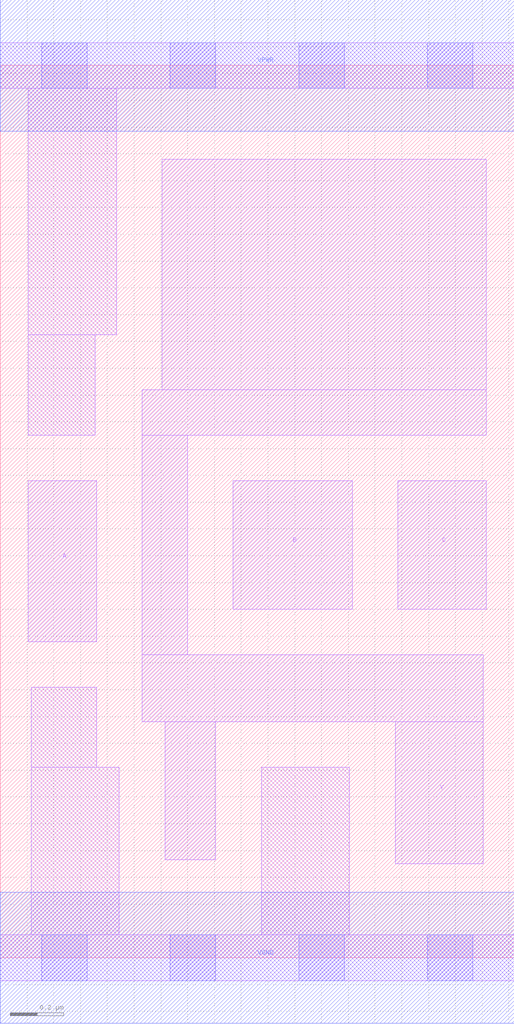
<source format=lef>
# Copyright 2020 The SkyWater PDK Authors
#
# Licensed under the Apache License, Version 2.0 (the "License");
# you may not use this file except in compliance with the License.
# You may obtain a copy of the License at
#
#     https://www.apache.org/licenses/LICENSE-2.0
#
# Unless required by applicable law or agreed to in writing, software
# distributed under the License is distributed on an "AS IS" BASIS,
# WITHOUT WARRANTIES OR CONDITIONS OF ANY KIND, either express or implied.
# See the License for the specific language governing permissions and
# limitations under the License.
#
# SPDX-License-Identifier: Apache-2.0

VERSION 5.7 ;
  NAMESCASESENSITIVE ON ;
  NOWIREEXTENSIONATPIN ON ;
  DIVIDERCHAR "/" ;
  BUSBITCHARS "[]" ;
UNITS
  DATABASE MICRONS 200 ;
END UNITS
MACRO sky130_fd_sc_hs__nor3_1
  CLASS CORE ;
  SOURCE USER ;
  FOREIGN sky130_fd_sc_hs__nor3_1 ;
  ORIGIN  0.000000  0.000000 ;
  SIZE  1.920000 BY  3.330000 ;
  SYMMETRY X Y ;
  SITE unit ;
  PIN A
    ANTENNAGATEAREA  0.279000 ;
    DIRECTION INPUT ;
    USE SIGNAL ;
    PORT
      LAYER li1 ;
        RECT 0.105000 1.180000 0.360000 1.780000 ;
    END
  END A
  PIN B
    ANTENNAGATEAREA  0.279000 ;
    DIRECTION INPUT ;
    USE SIGNAL ;
    PORT
      LAYER li1 ;
        RECT 0.870000 1.300000 1.315000 1.780000 ;
    END
  END B
  PIN C
    ANTENNAGATEAREA  0.279000 ;
    DIRECTION INPUT ;
    USE SIGNAL ;
    PORT
      LAYER li1 ;
        RECT 1.485000 1.300000 1.815000 1.780000 ;
    END
  END C
  PIN Y
    ANTENNADIFFAREA  0.737300 ;
    DIRECTION OUTPUT ;
    USE SIGNAL ;
    PORT
      LAYER li1 ;
        RECT 0.530000 0.880000 1.805000 1.130000 ;
        RECT 0.530000 1.130000 0.700000 1.950000 ;
        RECT 0.530000 1.950000 1.815000 2.120000 ;
        RECT 0.605000 2.120000 1.815000 2.980000 ;
        RECT 0.615000 0.365000 0.805000 0.880000 ;
        RECT 1.475000 0.350000 1.805000 0.880000 ;
    END
  END Y
  PIN VGND
    DIRECTION INOUT ;
    USE GROUND ;
    PORT
      LAYER met1 ;
        RECT 0.000000 -0.245000 1.920000 0.245000 ;
    END
  END VGND
  PIN VPWR
    DIRECTION INOUT ;
    USE POWER ;
    PORT
      LAYER met1 ;
        RECT 0.000000 3.085000 1.920000 3.575000 ;
    END
  END VPWR
  OBS
    LAYER li1 ;
      RECT 0.000000 -0.085000 1.920000 0.085000 ;
      RECT 0.000000  3.245000 1.920000 3.415000 ;
      RECT 0.105000  1.950000 0.355000 2.325000 ;
      RECT 0.105000  2.325000 0.435000 3.245000 ;
      RECT 0.115000  0.085000 0.445000 0.710000 ;
      RECT 0.115000  0.710000 0.360000 1.010000 ;
      RECT 0.975000  0.085000 1.305000 0.710000 ;
    LAYER mcon ;
      RECT 0.155000 -0.085000 0.325000 0.085000 ;
      RECT 0.155000  3.245000 0.325000 3.415000 ;
      RECT 0.635000 -0.085000 0.805000 0.085000 ;
      RECT 0.635000  3.245000 0.805000 3.415000 ;
      RECT 1.115000 -0.085000 1.285000 0.085000 ;
      RECT 1.115000  3.245000 1.285000 3.415000 ;
      RECT 1.595000 -0.085000 1.765000 0.085000 ;
      RECT 1.595000  3.245000 1.765000 3.415000 ;
  END
END sky130_fd_sc_hs__nor3_1

</source>
